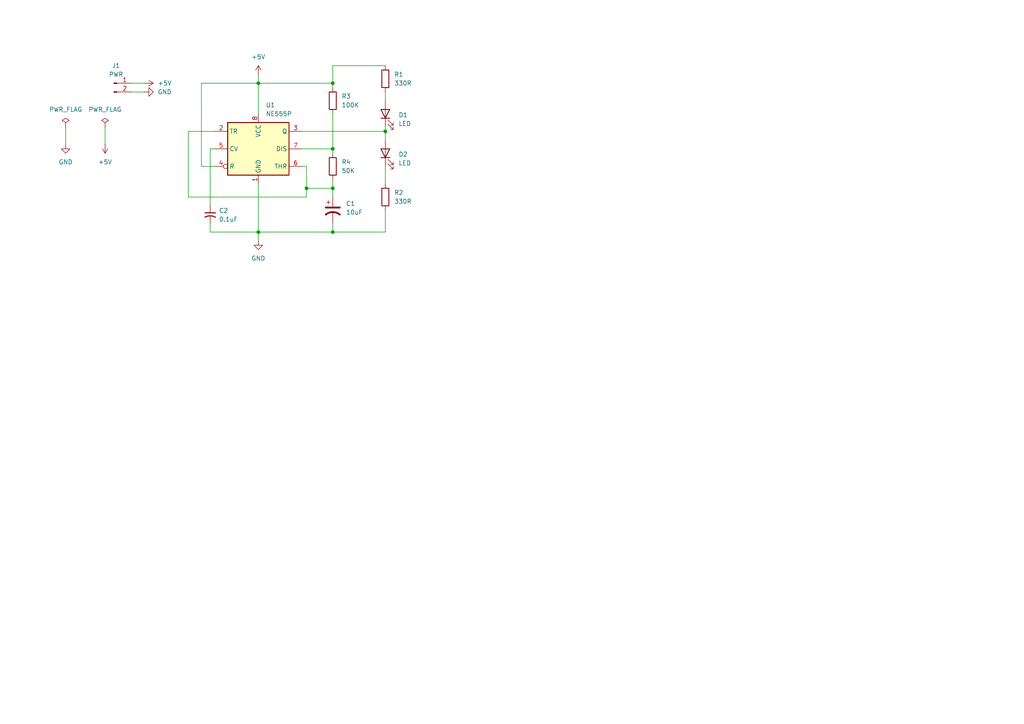
<source format=kicad_sch>
(kicad_sch (version 20250114) (generator "eeschema") (generator_version "9.0")
  (paper "A4")
  (title_block (title "Flip flop ") (date "2025-09-30") (rev "v1.0") (company "Mert Cubuk"))
  (lib_symbols
    (symbol "Connector:Conn_01x02_Pin" (pin_names (offset 1.016) (hide yes))
      (property "Reference" "J" (at 0 2.54 0))
      (property "Value" "Conn_01x02_Pin" (at 0 -5.08 0))
      (symbol "Conn_01x02_Pin_1_1"
        (rectangle (start 0.8636 0.127) (end 0 -0.127) (stroke (width 0.1524)) (fill (type outline)))
        (rectangle (start 0.8636 -2.413) (end 0 -2.667) (stroke (width 0.1524)) (fill (type outline)))
        (polyline (pts (xy 1.27 0) (xy 0.8636 0)) (stroke (width 0.1524)))
        (polyline (pts (xy 1.27 -2.54) (xy 0.8636 -2.54)) (stroke (width 0.1524)))
        (pin passive line (at 5.08 0 180) (length 3.81) (name "Pin_1") (number "1"))
        (pin passive line (at 5.08 -2.54 180) (length 3.81) (name "Pin_2") (number "2"))
      )
    )
    (symbol "Device:C_Polarized_US" (pin_numbers (hide yes)) (pin_names (offset 0.254) (hide yes))
      (property "Reference" "C" (at 0.635 2.54 0))
      (property "Value" "C_Polarized_US" (at 0.635 -2.54 0))
      (symbol "C_Polarized_US_0_1"
        (polyline (pts (xy -2.032 0.762) (xy 2.032 0.762)) (stroke (width 0.508)))
        (polyline (pts (xy -1.778 2.286) (xy -0.762 2.286)))
        (polyline (pts (xy -1.27 1.778) (xy -1.27 2.794)))
        (arc (start -2.032 -1.27) (mid 0 -0.5572) (end 2.032 -1.27) (stroke (width 0.508)))
      )
      (symbol "C_Polarized_US_1_1"
        (pin passive line (at 0 3.81 270) (length 2.794) (name "~") (number "1"))
        (pin passive line (at 0 -3.81 90) (length 3.302) (name "~") (number "2"))
      )
    )
    (symbol "Device:C_Small_US" (pin_numbers (hide yes)) (pin_names (offset 0.254) (hide yes))
      (property "Reference" "C" (at 0.254 1.778 0))
      (property "Value" "C_Small_US" (at 0.254 -2.032 0))
      (symbol "C_Small_US_0_1"
        (polyline (pts (xy -1.524 0.508) (xy 1.524 0.508)) (stroke (width 0.3048)))
        (arc (start -1.524 -0.762) (mid 0 -0.3734) (end 1.524 -0.762) (stroke (width 0.3048)))
      )
      (symbol "C_Small_US_1_1"
        (pin passive line (at 0 2.54 270) (length 2.032) (name "~") (number "1"))
        (pin passive line (at 0 -2.54 90) (length 2.032) (name "~") (number "2"))
      )
    )
    (symbol "Device:LED" (pin_numbers (hide yes)) (pin_names (offset 1.016) (hide yes))
      (property "Reference" "D" (at 0 2.54 0))
      (property "Value" "LED" (at 0 -2.54 0))
      (symbol "LED_0_1"
        (polyline (pts (xy -3.048 -0.762) (xy -4.572 -2.286) (xy -3.81 -2.286) (xy -4.572 -2.286) (xy -4.572 -1.524)))
        (polyline (pts (xy -1.778 -0.762) (xy -3.302 -2.286) (xy -2.54 -2.286) (xy -3.302 -2.286) (xy -3.302 -1.524)))
        (polyline (pts (xy -1.27 0) (xy 1.27 0)))
        (polyline (pts (xy -1.27 -1.27) (xy -1.27 1.27)) (stroke (width 0.254)))
        (polyline (pts (xy 1.27 -1.27) (xy 1.27 1.27) (xy -1.27 0) (xy 1.27 -1.27)) (stroke (width 0.254)))
      )
      (symbol "LED_1_1"
        (pin passive line (at -3.81 0 0) (length 2.54) (name "K") (number "1"))
        (pin passive line (at 3.81 0 180) (length 2.54) (name "A") (number "2"))
      )
    )
    (symbol "Device:R" (pin_numbers (hide yes)) (pin_names (offset 0))
      (property "Reference" "R" (at 2.032 0 90))
      (property "Value" "R" (at 0 0 90))
      (symbol "R_0_1"
        (rectangle (start -1.016 -2.54) (end 1.016 2.54) (stroke (width 0.254)))
      )
      (symbol "R_1_1"
        (pin passive line (at 0 3.81 270) (length 1.27) (name "~") (number "1"))
        (pin passive line (at 0 -3.81 90) (length 1.27) (name "~") (number "2"))
      )
    )
    (symbol "Timer:NE555P"
      (property "Reference" "U" (at -10.16 8.89 0))
      (property "Value" "NE555P" (at 2.54 8.89 0))
      (symbol "NE555P_0_0"
        (pin power_in line (at 0 10.16 270) (length 2.54) (name "VCC") (number "8"))
        (pin power_in line (at 0 -10.16 90) (length 2.54) (name "GND") (number "1"))
      )
      (symbol "NE555P_0_1"
        (rectangle (start -8.89 -7.62) (end 8.89 7.62) (stroke (width 0.254)) (fill (type background)))
        (rectangle (start -8.89 -7.62) (end 8.89 7.62) (stroke (width 0.254)) (fill (type background)))
      )
      (symbol "NE555P_1_1"
        (pin input line (at -12.7 5.08 0) (length 3.81) (name "TR") (number "2"))
        (pin input line (at -12.7 0 0) (length 3.81) (name "CV") (number "5"))
        (pin input inverted (at -12.7 -5.08 0) (length 3.81) (name "R") (number "4"))
        (pin output line (at 12.7 5.08 180) (length 3.81) (name "Q") (number "3"))
        (pin input line (at 12.7 0 180) (length 3.81) (name "DIS") (number "7"))
        (pin input line (at 12.7 -5.08 180) (length 3.81) (name "THR") (number "6"))
      )
    )
    (symbol "power:+5V" (power) (pin_numbers (hide yes)) (pin_names (offset 0) (hide yes))
      (property "Value" "+5V" (at 0 3.556 0))
      (symbol "+5V_0_1"
        (polyline (pts (xy -0.762 1.27) (xy 0 2.54)))
        (polyline (pts (xy 0 2.54) (xy 0.762 1.27)))
        (polyline (pts (xy 0 0) (xy 0 2.54)))
      )
      (symbol "+5V_1_1"
        (pin power_in line (at 0 0 90) (length 0) (name "~") (number "1"))
      )
    )
    (symbol "power:GND" (power) (pin_numbers (hide yes)) (pin_names (offset 0) (hide yes))
      (property "Value" "GND" (at 0 -3.81 0))
      (symbol "GND_0_1"
        (polyline (pts (xy 0 0) (xy 0 -1.27) (xy 1.27 -1.27) (xy 0 -2.54) (xy -1.27 -1.27) (xy 0 -1.27)))
      )
      (symbol "GND_1_1"
        (pin power_in line (at 0 0 270) (length 0) (name "~") (number "1"))
      )
    )
    (symbol "power:PWR_FLAG" (power) (pin_numbers (hide yes)) (pin_names (offset 0) (hide yes))
      (property "Value" "PWR_FLAG" (at 0 3.81 0))
      (symbol "PWR_FLAG_0_0"
        (pin power_out line (at 0 0 90) (length 0) (name "~") (number "1"))
      )
      (symbol "PWR_FLAG_0_1"
        (polyline (pts (xy 0 0) (xy 0 1.27) (xy -1.016 1.905) (xy 0 2.54) (xy 1.016 1.905) (xy 0 1.27)))
      )
    )
  )
  (junction (at 96.52 43.18))
  (junction (at 96.52 24.13))
  (junction (at 74.93 67.31))
  (junction (at 74.93 24.13))
  (junction (at 111.76 38.1))
  (junction (at 96.52 54.61))
  (junction (at 88.9 54.61))
  (junction (at 96.52 67.31))
  (wire (pts (xy 96.52 54.61) (xy 96.52 57.15)))
  (wire (pts (xy 74.93 53.34) (xy 74.93 67.31)))
  (wire (pts (xy 19.05 36.83) (xy 19.05 41.91)))
  (wire (pts (xy 60.96 67.31) (xy 74.93 67.31)))
  (wire (pts (xy 111.76 26.67) (xy 111.76 29.21)))
  (wire (pts (xy 96.52 24.13) (xy 96.52 25.4)))
  (wire (pts (xy 88.9 54.61) (xy 88.9 57.15)))
  (wire (pts (xy 54.61 38.1) (xy 62.23 38.1)))
  (wire (pts (xy 62.23 43.18) (xy 60.96 43.18)))
  (wire (pts (xy 58.42 24.13) (xy 74.93 24.13)))
  (wire (pts (xy 87.63 43.18) (xy 96.52 43.18)))
  (wire (pts (xy 88.9 57.15) (xy 54.61 57.15)))
  (wire (pts (xy 111.76 60.96) (xy 111.76 67.31)))
  (wire (pts (xy 96.52 67.31) (xy 74.93 67.31)))
  (wire (pts (xy 74.93 24.13) (xy 96.52 24.13)))
  (wire (pts (xy 96.52 33.02) (xy 96.52 43.18)))
  (wire (pts (xy 87.63 38.1) (xy 111.76 38.1)))
  (wire (pts (xy 87.63 48.26) (xy 88.9 48.26)))
  (wire (pts (xy 60.96 64.77) (xy 60.96 67.31)))
  (wire (pts (xy 111.76 36.83) (xy 111.76 38.1)))
  (wire (pts (xy 111.76 19.05) (xy 96.52 19.05)))
  (wire (pts (xy 74.93 24.13) (xy 74.93 33.02)))
  (wire (pts (xy 96.52 43.18) (xy 96.52 44.45)))
  (wire (pts (xy 62.23 48.26) (xy 58.42 48.26)))
  (wire (pts (xy 41.91 26.67) (xy 38.1 26.67)))
  (wire (pts (xy 60.96 43.18) (xy 60.96 59.69)))
  (wire (pts (xy 58.42 48.26) (xy 58.42 24.13)))
  (wire (pts (xy 111.76 48.26) (xy 111.76 53.34)))
  (wire (pts (xy 74.93 21.59) (xy 74.93 24.13)))
  (wire (pts (xy 96.52 64.77) (xy 96.52 67.31)))
  (wire (pts (xy 111.76 38.1) (xy 111.76 40.64)))
  (wire (pts (xy 96.52 19.05) (xy 96.52 24.13)))
  (wire (pts (xy 74.93 67.31) (xy 74.93 69.85)))
  (wire (pts (xy 88.9 48.26) (xy 88.9 54.61)))
  (wire (pts (xy 96.52 52.07) (xy 96.52 54.61)))
  (wire (pts (xy 111.76 67.31) (xy 96.52 67.31)))
  (wire (pts (xy 54.61 57.15) (xy 54.61 38.1)))
  (wire (pts (xy 41.91 24.13) (xy 38.1 24.13)))
  (wire (pts (xy 88.9 54.61) (xy 96.52 54.61)))
  (wire (pts (xy 30.48 36.83) (xy 30.48 41.91)))
  (symbol (lib_id "Device:LED") (at 111.76 33.02 90) (unit 1)
    (property "Reference" "D1" (at 115.57 33.3374 90) (effects (justify right)))
    (property "Value" "LED" (at 115.57 35.8774 90) (effects (justify right)))
    (property "Footprint" "LED_THT:LED_D3.0mm" (effects (hide yes)))
    (property "Description" "Light emitting diode" (effects (hide yes)))
    (property "Sim.Pins" "1=K 2=A" (effects (hide yes)))
  )
  (symbol (lib_id "power:PWR_FLAG") (at 30.48 36.83 0) (unit 1)
    (property "Reference" "#FLG02" (effects (hide yes)))
    (property "Value" "PWR_FLAG" (at 30.48 31.75 0))
    (property "Description" "Special symbol for telling ERC where power comes from" (effects (hide yes)))
  )
  (symbol (lib_id "Device:R") (at 111.76 22.86 0) (unit 1)
    (property "Reference" "R1" (at 114.3 21.5899 0) (effects (justify left)))
    (property "Value" "330R" (at 114.3 24.1299 0) (effects (justify left)))
    (property "Footprint" "Resistor_THT:R_Axial_DIN0204_L3.6mm_D1.6mm_P5.08mm_Horizontal" (effects (hide yes)))
    (property "Description" "Resistor" (effects (hide yes)))
  )
  (symbol (lib_id "power:+5V") (at 30.48 41.91 180) (unit 1)
    (property "Reference" "#PWR06" (effects (hide yes)))
    (property "Value" "+5V" (at 30.48 46.99 0))
    (property "Description" "Power symbol creates a global label with name \"+5V\"" (effects (hide yes)))
  )
  (symbol (lib_id "power:+5V") (at 41.91 24.13 270) (unit 1)
    (property "Reference" "#PWR03" (effects (hide yes)))
    (property "Value" "+5V" (at 45.72 24.1299 90) (effects (justify left)))
    (property "Description" "Power symbol creates a global label with name \"+5V\"" (effects (hide yes)))
  )
  (symbol (lib_id "power:GND") (at 74.93 69.85 0) (unit 1)
    (property "Reference" "#PWR02" (effects (hide yes)))
    (property "Value" "GND" (at 74.93 74.93 0))
    (property "Description" "Power symbol creates a global label with name \"GND\" , ground" (effects (hide yes)))
  )
  (symbol (lib_id "Device:C_Polarized_US") (at 96.52 60.96 0) (unit 1)
    (property "Reference" "C1" (at 100.33 59.0549 0) (effects (justify left)))
    (property "Value" "10uF" (at 100.33 61.5949 0) (effects (justify left)))
    (property "Footprint" "Capacitor_THT:CP_Radial_D6.3mm_P2.50mm" (effects (hide yes)))
    (property "Description" "Polarized capacitor, US symbol" (effects (hide yes)))
  )
  (symbol (lib_id "power:GND") (at 41.91 26.67 90) (unit 1)
    (property "Reference" "#PWR04" (effects (hide yes)))
    (property "Value" "GND" (at 45.72 26.6699 90) (effects (justify right)))
    (property "Description" "Power symbol creates a global label with name \"GND\" , ground" (effects (hide yes)))
  )
  (symbol (lib_id "Device:R") (at 96.52 48.26 0) (unit 1)
    (property "Reference" "R4" (at 99.06 46.9899 0) (effects (justify left)))
    (property "Value" "50K" (at 99.06 49.5299 0) (effects (justify left)))
    (property "Footprint" "Resistor_THT:R_Axial_DIN0204_L3.6mm_D1.6mm_P5.08mm_Horizontal" (effects (hide yes)))
    (property "Description" "Resistor" (effects (hide yes)))
  )
  (symbol (lib_id "power:GND") (at 19.05 41.91 0) (unit 1)
    (property "Reference" "#PWR05" (effects (hide yes)))
    (property "Value" "GND" (at 19.05 46.99 0))
    (property "Description" "Power symbol creates a global label with name \"GND\" , ground" (effects (hide yes)))
  )
  (symbol (lib_id "Device:LED") (at 111.76 44.45 90) (unit 1)
    (property "Reference" "D2" (at 115.57 44.7674 90) (effects (justify right)))
    (property "Value" "LED" (at 115.57 47.3074 90) (effects (justify right)))
    (property "Footprint" "LED_THT:LED_D3.0mm" (effects (hide yes)))
    (property "Description" "Light emitting diode" (effects (hide yes)))
    (property "Sim.Pins" "1=K 2=A" (effects (hide yes)))
  )
  (symbol (lib_id "power:PWR_FLAG") (at 19.05 36.83 0) (unit 1)
    (property "Reference" "#FLG01" (effects (hide yes)))
    (property "Value" "PWR_FLAG" (at 19.05 31.75 0))
    (property "Description" "Special symbol for telling ERC where power comes from" (effects (hide yes)))
  )
  (symbol (lib_id "Device:R") (at 96.52 29.21 0) (unit 1)
    (property "Reference" "R3" (at 99.06 27.9399 0) (effects (justify left)))
    (property "Value" "100K" (at 99.06 30.4799 0) (effects (justify left)))
    (property "Footprint" "Resistor_THT:R_Axial_DIN0204_L3.6mm_D1.6mm_P5.08mm_Horizontal" (effects (hide yes)))
    (property "Description" "Resistor" (effects (hide yes)))
  )
  (symbol (lib_id "Connector:Conn_01x02_Pin") (at 33.02 24.13 0) (unit 1)
    (property "Reference" "J1" (at 33.655 19.05 0))
    (property "Value" "PWR" (at 33.655 21.59 0))
    (property "Footprint" "Connector_Molex:Molex_KK-254_AE-6410-02A_1x02_P2.54mm_Vertical" (effects (hide yes)))
    (property "Description" "Generic connector, single row, 01x02, script generated" (effects (hide yes)))
  )
  (symbol (lib_id "Device:R") (at 111.76 57.15 0) (unit 1)
    (property "Reference" "R2" (at 114.3 55.8799 0) (effects (justify left)))
    (property "Value" "330R" (at 114.3 58.4199 0) (effects (justify left)))
    (property "Footprint" "Resistor_THT:R_Axial_DIN0204_L3.6mm_D1.6mm_P5.08mm_Horizontal" (effects (hide yes)))
    (property "Description" "Resistor" (effects (hide yes)))
  )
  (symbol (lib_id "power:+5V") (at 74.93 21.59 0) (unit 1)
    (property "Reference" "#PWR01" (effects (hide yes)))
    (property "Value" "+5V" (at 74.93 16.51 0))
    (property "Description" "Power symbol creates a global label with name \"+5V\"" (effects (hide yes)))
  )
  (symbol (lib_id "Device:C_Small_US") (at 60.96 62.23 0) (unit 1)
    (property "Reference" "C2" (at 63.5 61.0869 0) (effects (justify left)))
    (property "Value" "0.1uF" (at 63.5 63.6269 0) (effects (justify left)))
    (property "Footprint" "Capacitor_THT:C_Disc_D3.0mm_W2.0mm_P2.50mm" (effects (hide yes)))
    (property "Description" "capacitor, small US symbol" (effects (hide yes)))
  )
  (symbol (lib_id "Timer:NE555P") (at 74.93 43.18 0) (unit 1)
    (property "Reference" "U1" (at 77.0733 30.48 0) (effects (justify left)))
    (property "Value" "NE555P" (at 77.0733 33.02 0) (effects (justify left)))
    (property "Footprint" "Package_DIP:DIP-8_W7.62mm_LongPads" (effects (hide yes)))
    (property "Datasheet" "http://www.ti.com/lit/ds/symlink/ne555.pdf" (effects (hide yes)))
    (property "Description" "Precision Timers, 555 compatible,  PDIP-8" (effects (hide yes)))
  )
)
</source>
